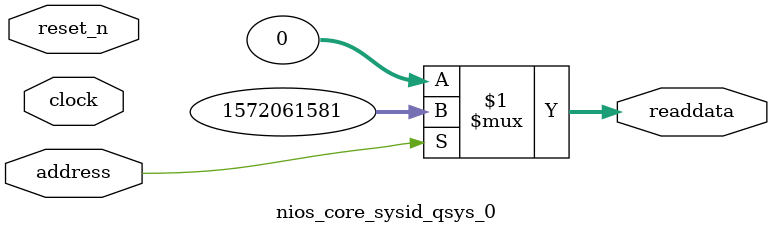
<source format=v>



// synthesis translate_off
`timescale 1ns / 1ps
// synthesis translate_on

// turn off superfluous verilog processor warnings 
// altera message_level Level1 
// altera message_off 10034 10035 10036 10037 10230 10240 10030 

module nios_core_sysid_qsys_0 (
               // inputs:
                address,
                clock,
                reset_n,

               // outputs:
                readdata
             )
;

  output  [ 31: 0] readdata;
  input            address;
  input            clock;
  input            reset_n;

  wire    [ 31: 0] readdata;
  //control_slave, which is an e_avalon_slave
  assign readdata = address ? 1572061581 : 0;

endmodule



</source>
